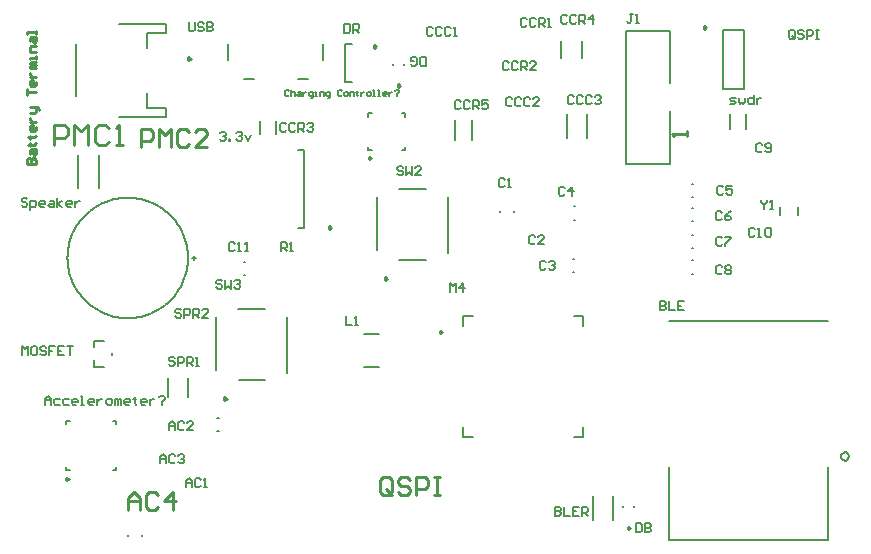
<source format=gto>
G04*
G04 #@! TF.GenerationSoftware,Altium Limited,Altium Designer,21.1.1 (26)*
G04*
G04 Layer_Color=65535*
%FSLAX25Y25*%
%MOIN*%
G70*
G04*
G04 #@! TF.SameCoordinates,BDA2E955-75C2-487D-9455-DF565B8534AD*
G04*
G04*
G04 #@! TF.FilePolarity,Positive*
G04*
G01*
G75*
%ADD10C,0.00984*%
%ADD11C,0.00591*%
%ADD12C,0.00787*%
%ADD13C,0.00600*%
%ADD14C,0.00500*%
%ADD15C,0.01000*%
D10*
X111921Y343280D02*
X111183Y343706D01*
Y342853D01*
X111921Y343280D01*
X324543Y493847D02*
X323805Y494273D01*
Y493420D01*
X324543Y493847D01*
X298992Y326913D02*
X298254Y327340D01*
Y326487D01*
X298992Y326913D01*
X236335Y392362D02*
X235596Y392788D01*
Y391936D01*
X236335Y392362D01*
X214339Y487496D02*
X213600Y487922D01*
Y487070D01*
X214339Y487496D01*
X222492Y474413D02*
X221754Y474840D01*
Y473987D01*
X222492Y474413D01*
X212882Y450240D02*
X212144Y450666D01*
Y449814D01*
X212882Y450240D01*
X218134Y410087D02*
X217396Y410513D01*
Y409660D01*
X218134Y410087D01*
X152630Y483437D02*
X151892Y483863D01*
Y483011D01*
X152630Y483437D01*
X199528Y427087D02*
X198789Y427513D01*
Y426660D01*
X199528Y427087D01*
X164634Y370087D02*
X163896Y370513D01*
Y369660D01*
X164634Y370087D01*
D11*
X151736Y417000D02*
X151711Y418001D01*
X151636Y418999D01*
X151512Y419993D01*
X151338Y420978D01*
X151115Y421955D01*
X150844Y422918D01*
X150525Y423867D01*
X150160Y424799D01*
X149748Y425712D01*
X149291Y426603D01*
X148790Y427470D01*
X148247Y428311D01*
X147663Y429124D01*
X147039Y429906D01*
X146376Y430657D01*
X145677Y431374D01*
X144943Y432055D01*
X144176Y432698D01*
X143378Y433303D01*
X142551Y433867D01*
X141697Y434389D01*
X140817Y434867D01*
X139916Y435302D01*
X138993Y435691D01*
X138052Y436033D01*
X137095Y436328D01*
X136125Y436575D01*
X135144Y436774D01*
X134154Y436923D01*
X133158Y437023D01*
X132158Y437073D01*
X131157D01*
X130157Y437023D01*
X129161Y436923D01*
X128171Y436774D01*
X127190Y436575D01*
X126219Y436328D01*
X125263Y436033D01*
X124322Y435691D01*
X123399Y435302D01*
X122497Y434867D01*
X121618Y434389D01*
X120764Y433867D01*
X119937Y433303D01*
X119139Y432698D01*
X118372Y432055D01*
X117638Y431374D01*
X116939Y430657D01*
X116276Y429906D01*
X115652Y429124D01*
X115068Y428311D01*
X114524Y427470D01*
X114024Y426603D01*
X113567Y425712D01*
X113155Y424799D01*
X112790Y423867D01*
X112471Y422918D01*
X112199Y421955D01*
X111977Y420978D01*
X111803Y419993D01*
X111678Y418999D01*
X111604Y418001D01*
X111579Y417000D01*
X111604Y415999D01*
X111678Y415001D01*
X111803Y414007D01*
X111977Y413022D01*
X112199Y412045D01*
X112471Y411082D01*
X112790Y410133D01*
X113155Y409201D01*
X113567Y408288D01*
X114024Y407397D01*
X114524Y406530D01*
X115068Y405689D01*
X115652Y404876D01*
X116276Y404094D01*
X116939Y403343D01*
X117638Y402626D01*
X118372Y401945D01*
X119139Y401302D01*
X119937Y400697D01*
X120764Y400133D01*
X121618Y399611D01*
X122497Y399132D01*
X123399Y398698D01*
X124322Y398309D01*
X125263Y397967D01*
X126219Y397672D01*
X127190Y397425D01*
X128171Y397226D01*
X129161Y397077D01*
X130157Y396977D01*
X131157Y396927D01*
X132158D01*
X133158Y396977D01*
X134154Y397077D01*
X135144Y397226D01*
X136125Y397425D01*
X137096Y397672D01*
X138052Y397967D01*
X138993Y398309D01*
X139916Y398698D01*
X140818Y399132D01*
X141697Y399611D01*
X142551Y400133D01*
X143378Y400697D01*
X144176Y401302D01*
X144943Y401945D01*
X145677Y402626D01*
X146376Y403343D01*
X147039Y404094D01*
X147663Y404876D01*
X148247Y405689D01*
X148791Y406530D01*
X149291Y407397D01*
X149748Y408288D01*
X150160Y409201D01*
X150525Y410133D01*
X150844Y411082D01*
X151115Y412045D01*
X151338Y413022D01*
X151512Y414008D01*
X151636Y415001D01*
X151711Y415999D01*
X151736Y417000D01*
D12*
X372203Y350839D02*
X371871Y351751D01*
X371030Y352237D01*
X370074Y352068D01*
X369450Y351324D01*
Y350353D01*
X370074Y349609D01*
X371030Y349441D01*
X371871Y349926D01*
X372203Y350839D01*
X161543Y359236D02*
X161937D01*
X161543Y363764D02*
X161937D01*
X111232Y346232D02*
X112315D01*
X111232D02*
Y347315D01*
Y361685D02*
Y362768D01*
X112315D01*
X126685D02*
X127768D01*
Y361685D02*
Y362768D01*
X126685Y346232D02*
X127768D01*
Y347315D01*
X181157Y458433D02*
Y462567D01*
X175843Y458433D02*
Y462567D01*
X349047Y431122D02*
Y433878D01*
X354953Y431122D02*
Y433878D01*
X131736Y324303D02*
Y324697D01*
X136264Y324303D02*
Y324697D01*
X329957Y473157D02*
X337043D01*
X329957Y492843D02*
X337043D01*
Y473157D02*
Y492843D01*
X329957Y473157D02*
Y492843D01*
X145154Y370508D02*
Y376807D01*
X151846Y370508D02*
Y376807D01*
X296728Y333803D02*
Y334197D01*
X300272Y333803D02*
Y334197D01*
X293346Y329539D02*
Y337461D01*
X286654Y329539D02*
Y337461D01*
X319803Y416264D02*
X320197D01*
X319803Y411736D02*
X320197D01*
X319803Y441764D02*
X320197D01*
X319803Y437236D02*
X320197D01*
X319803Y433764D02*
X320197D01*
X319803Y429236D02*
X320197D01*
X319803Y424764D02*
X320197D01*
X319803Y420236D02*
X320197D01*
X280154Y416764D02*
X280547D01*
X280154Y412236D02*
X280547D01*
X243421Y397579D02*
X246669D01*
X280331D02*
X283579D01*
Y357421D02*
Y360669D01*
Y394331D02*
Y397579D01*
X243421Y357421D02*
X246669D01*
X280331D02*
X283579D01*
X243421D02*
Y360669D01*
Y394331D02*
Y397579D01*
X153114Y417000D02*
X154295D01*
X153705Y416409D02*
Y417591D01*
X240601Y456208D02*
Y462792D01*
X246399Y456208D02*
Y462792D01*
X188283Y476508D02*
X191630D01*
X196748Y483004D02*
Y488319D01*
X165252Y483004D02*
Y488319D01*
X170370Y476508D02*
X173717D01*
X284846Y457039D02*
Y464961D01*
X278154Y457039D02*
Y464961D01*
X204201Y475685D02*
Y488283D01*
X206268D01*
X204201Y475685D02*
X206268D01*
X220228Y481303D02*
Y481697D01*
X223772Y481303D02*
Y481697D01*
X224201Y452799D02*
Y453921D01*
X223079Y452799D02*
X224201D01*
Y464079D02*
Y465201D01*
X223079D02*
X224201D01*
X211799D02*
X212921D01*
X211799Y464079D02*
Y465201D01*
Y452799D02*
Y453921D01*
Y452799D02*
X212921D01*
X283240Y483547D02*
Y489453D01*
X275957Y483547D02*
Y489453D01*
X365075Y323083D02*
Y347295D01*
X311925Y395917D02*
X365075D01*
X311925Y323083D02*
Y347295D01*
Y323083D02*
X365075D01*
X222169Y416189D02*
X230941D01*
X222059Y439811D02*
X230941D01*
X238311Y418638D02*
Y437362D01*
X214689Y419732D02*
Y437362D01*
X114933Y440220D02*
Y451292D01*
X122067Y440220D02*
Y451292D01*
X337657Y459986D02*
Y464995D01*
X332343Y459986D02*
Y464995D01*
X114539Y470839D02*
Y488161D01*
X128713Y463949D02*
X144461D01*
Y467098D01*
X138161D02*
X144461D01*
X138161D02*
Y472020D01*
Y486980D02*
Y491902D01*
X144461D01*
Y495051D01*
X128713D02*
X144461D01*
X188406Y427008D02*
X190571D01*
X188406Y452992D02*
X190571D01*
Y427008D02*
Y452992D01*
X255736Y432303D02*
Y432697D01*
X260264Y432303D02*
Y432697D01*
X168669Y376189D02*
X177441D01*
X168559Y399811D02*
X177441D01*
X184811Y378638D02*
Y397362D01*
X161189Y379732D02*
Y397362D01*
X280303Y429736D02*
X280697D01*
X280303Y434264D02*
X280697D01*
X210441Y380488D02*
X215559D01*
X210441Y391512D02*
X215559D01*
X170303Y415764D02*
X170697D01*
X170303Y411236D02*
X170697D01*
D13*
X120533Y380563D02*
X123894D01*
X120533Y387197D02*
Y389437D01*
X123894D01*
X126455Y384638D02*
Y385362D01*
X120533Y380563D02*
Y382803D01*
D14*
X312283Y475126D02*
Y492646D01*
Y448354D02*
Y465874D01*
X297717Y492646D02*
X312283D01*
X297717Y448354D02*
X312283D01*
X297717D02*
Y492646D01*
X151001Y340500D02*
Y342500D01*
X152001Y343499D01*
X153000Y342500D01*
Y340500D01*
Y342000D01*
X151001D01*
X156000Y343000D02*
X155500Y343499D01*
X154500D01*
X154000Y343000D01*
Y341000D01*
X154500Y340500D01*
X155500D01*
X156000Y341000D01*
X156999Y340500D02*
X157999D01*
X157499D01*
Y343499D01*
X156999Y343000D01*
X145501Y359501D02*
Y361500D01*
X146501Y362499D01*
X147501Y361500D01*
Y359501D01*
Y361000D01*
X145501D01*
X150500Y362000D02*
X150000Y362499D01*
X149000D01*
X148500Y362000D01*
Y360000D01*
X149000Y359501D01*
X150000D01*
X150500Y360000D01*
X153499Y359501D02*
X151499D01*
X153499Y361500D01*
Y362000D01*
X152999Y362499D01*
X151999D01*
X151499Y362000D01*
X142501Y348500D02*
Y350500D01*
X143501Y351500D01*
X144501Y350500D01*
Y348500D01*
Y350000D01*
X142501D01*
X147500Y351000D02*
X147000Y351500D01*
X146000D01*
X145500Y351000D01*
Y349000D01*
X146000Y348500D01*
X147000D01*
X147500Y349000D01*
X148499Y351000D02*
X148999Y351500D01*
X149999D01*
X150499Y351000D01*
Y350500D01*
X149999Y350000D01*
X149499D01*
X149999D01*
X150499Y349500D01*
Y349000D01*
X149999Y348500D01*
X148999D01*
X148499Y349000D01*
X104007Y368001D02*
Y370000D01*
X105006Y371000D01*
X106006Y370000D01*
Y368001D01*
Y369500D01*
X104007D01*
X109005Y370000D02*
X107505D01*
X107006Y369500D01*
Y368500D01*
X107505Y368001D01*
X109005D01*
X112004Y370000D02*
X110504D01*
X110004Y369500D01*
Y368500D01*
X110504Y368001D01*
X112004D01*
X114503D02*
X113503D01*
X113004Y368500D01*
Y369500D01*
X113503Y370000D01*
X114503D01*
X115003Y369500D01*
Y369000D01*
X113004D01*
X116003Y368001D02*
X117002D01*
X116502D01*
Y371000D01*
X116003D01*
X120001Y368001D02*
X119002D01*
X118502Y368500D01*
Y369500D01*
X119002Y370000D01*
X120001D01*
X120501Y369500D01*
Y369000D01*
X118502D01*
X121501Y370000D02*
Y368001D01*
Y369000D01*
X122001Y369500D01*
X122501Y370000D01*
X123000D01*
X125000Y368001D02*
X125999D01*
X126499Y368500D01*
Y369500D01*
X125999Y370000D01*
X125000D01*
X124500Y369500D01*
Y368500D01*
X125000Y368001D01*
X127499D02*
Y370000D01*
X127999D01*
X128499Y369500D01*
Y368001D01*
Y369500D01*
X128998Y370000D01*
X129498Y369500D01*
Y368001D01*
X131997D02*
X130998D01*
X130498Y368500D01*
Y369500D01*
X130998Y370000D01*
X131997D01*
X132497Y369500D01*
Y369000D01*
X130498D01*
X133997Y370500D02*
Y370000D01*
X133497D01*
X134497D01*
X133997D01*
Y368500D01*
X134497Y368001D01*
X137496D02*
X136496D01*
X135996Y368500D01*
Y369500D01*
X136496Y370000D01*
X137496D01*
X137996Y369500D01*
Y369000D01*
X135996D01*
X138995Y370000D02*
Y368001D01*
Y369000D01*
X139495Y369500D01*
X139995Y370000D01*
X140495D01*
X141994Y370500D02*
X142494Y371000D01*
X143494D01*
X143993Y370500D01*
Y370000D01*
X142994Y369000D01*
Y368500D02*
Y368001D01*
X184501Y461500D02*
X184001Y462000D01*
X183002D01*
X182502Y461500D01*
Y459500D01*
X183002Y459000D01*
X184001D01*
X184501Y459500D01*
X187500Y461500D02*
X187000Y462000D01*
X186001D01*
X185501Y461500D01*
Y459500D01*
X186001Y459000D01*
X187000D01*
X187500Y459500D01*
X188500Y459000D02*
Y462000D01*
X189999D01*
X190499Y461500D01*
Y460500D01*
X189999Y460000D01*
X188500D01*
X189499D02*
X190499Y459000D01*
X191499Y461500D02*
X191999Y462000D01*
X192998D01*
X193498Y461500D01*
Y461000D01*
X192998Y460500D01*
X192499D01*
X192998D01*
X193498Y460000D01*
Y459500D01*
X192998Y459000D01*
X191999D01*
X191499Y459500D01*
X340751Y426500D02*
X340251Y427000D01*
X339251D01*
X338751Y426500D01*
Y424500D01*
X339251Y424001D01*
X340251D01*
X340751Y424500D01*
X341750Y424001D02*
X342750D01*
X342250D01*
Y427000D01*
X341750Y426500D01*
X344249D02*
X344749Y427000D01*
X345749D01*
X346249Y426500D01*
Y424500D01*
X345749Y424001D01*
X344749D01*
X344249Y424500D01*
Y426500D01*
X342792Y436208D02*
Y435708D01*
X343792Y434709D01*
X344791Y435708D01*
Y436208D01*
X343792Y434709D02*
Y433209D01*
X345791D02*
X346791D01*
X346291D01*
Y436208D01*
X345791Y435708D01*
X343199Y454699D02*
X342700Y455199D01*
X341700D01*
X341200Y454699D01*
Y452700D01*
X341700Y452200D01*
X342700D01*
X343199Y452700D01*
X344199D02*
X344699Y452200D01*
X345698D01*
X346198Y452700D01*
Y454699D01*
X345698Y455199D01*
X344699D01*
X344199Y454699D01*
Y454199D01*
X344699Y453699D01*
X346198D01*
X242699Y468999D02*
X242199Y469499D01*
X241200D01*
X240700Y468999D01*
Y467000D01*
X241200Y466500D01*
X242199D01*
X242699Y467000D01*
X245698Y468999D02*
X245198Y469499D01*
X244199D01*
X243699Y468999D01*
Y467000D01*
X244199Y466500D01*
X245198D01*
X245698Y467000D01*
X246698Y466500D02*
Y469499D01*
X248198D01*
X248697Y468999D01*
Y468000D01*
X248198Y467500D01*
X246698D01*
X247698D02*
X248697Y466500D01*
X251696Y469499D02*
X249697D01*
Y468000D01*
X250697Y468499D01*
X251197D01*
X251696Y468000D01*
Y467000D01*
X251197Y466500D01*
X250197D01*
X249697Y467000D01*
X278099Y497499D02*
X277600Y497999D01*
X276600D01*
X276100Y497499D01*
Y495500D01*
X276600Y495000D01*
X277600D01*
X278099Y495500D01*
X281098Y497499D02*
X280598Y497999D01*
X279599D01*
X279099Y497499D01*
Y495500D01*
X279599Y495000D01*
X280598D01*
X281098Y495500D01*
X282098Y495000D02*
Y497999D01*
X283598D01*
X284097Y497499D01*
Y496499D01*
X283598Y496000D01*
X282098D01*
X283098D02*
X284097Y495000D01*
X286597D02*
Y497999D01*
X285097Y496499D01*
X287096D01*
X258599Y482099D02*
X258100Y482599D01*
X257100D01*
X256600Y482099D01*
Y480100D01*
X257100Y479600D01*
X258100D01*
X258599Y480100D01*
X261598Y482099D02*
X261099Y482599D01*
X260099D01*
X259599Y482099D01*
Y480100D01*
X260099Y479600D01*
X261099D01*
X261598Y480100D01*
X262598Y479600D02*
Y482599D01*
X264098D01*
X264597Y482099D01*
Y481100D01*
X264098Y480600D01*
X262598D01*
X263598D02*
X264597Y479600D01*
X267596D02*
X265597D01*
X267596Y481599D01*
Y482099D01*
X267097Y482599D01*
X266097D01*
X265597Y482099D01*
X264599Y496599D02*
X264100Y497099D01*
X263100D01*
X262600Y496599D01*
Y494600D01*
X263100Y494100D01*
X264100D01*
X264599Y494600D01*
X267598Y496599D02*
X267098Y497099D01*
X266099D01*
X265599Y496599D01*
Y494600D01*
X266099Y494100D01*
X267098D01*
X267598Y494600D01*
X268598Y494100D02*
Y497099D01*
X270098D01*
X270597Y496599D01*
Y495600D01*
X270098Y495100D01*
X268598D01*
X269598D02*
X270597Y494100D01*
X271597D02*
X272597D01*
X272097D01*
Y497099D01*
X271597Y496599D01*
X280299Y470699D02*
X279800Y471199D01*
X278800D01*
X278300Y470699D01*
Y468700D01*
X278800Y468200D01*
X279800D01*
X280299Y468700D01*
X283298Y470699D02*
X282799Y471199D01*
X281799D01*
X281299Y470699D01*
Y468700D01*
X281799Y468200D01*
X282799D01*
X283298Y468700D01*
X286297Y470699D02*
X285798Y471199D01*
X284798D01*
X284298Y470699D01*
Y468700D01*
X284798Y468200D01*
X285798D01*
X286297Y468700D01*
X287297Y470699D02*
X287797Y471199D01*
X288797D01*
X289296Y470699D01*
Y470199D01*
X288797Y469699D01*
X288297D01*
X288797D01*
X289296Y469200D01*
Y468700D01*
X288797Y468200D01*
X287797D01*
X287297Y468700D01*
X259799Y470099D02*
X259299Y470599D01*
X258300D01*
X257800Y470099D01*
Y468100D01*
X258300Y467600D01*
X259299D01*
X259799Y468100D01*
X262798Y470099D02*
X262298Y470599D01*
X261299D01*
X260799Y470099D01*
Y468100D01*
X261299Y467600D01*
X262298D01*
X262798Y468100D01*
X265797Y470099D02*
X265298Y470599D01*
X264298D01*
X263798Y470099D01*
Y468100D01*
X264298Y467600D01*
X265298D01*
X265797Y468100D01*
X268796Y467600D02*
X266797D01*
X268796Y469599D01*
Y470099D01*
X268297Y470599D01*
X267297D01*
X266797Y470099D01*
X233299Y493599D02*
X232800Y494099D01*
X231800D01*
X231300Y493599D01*
Y491600D01*
X231800Y491100D01*
X232800D01*
X233299Y491600D01*
X236298Y493599D02*
X235799Y494099D01*
X234799D01*
X234299Y493599D01*
Y491600D01*
X234799Y491100D01*
X235799D01*
X236298Y491600D01*
X239297Y493599D02*
X238798Y494099D01*
X237798D01*
X237298Y493599D01*
Y491600D01*
X237798Y491100D01*
X238798D01*
X239297Y491600D01*
X240297Y491100D02*
X241297D01*
X240797D01*
Y494099D01*
X240297Y493599D01*
X152001Y495500D02*
Y493000D01*
X152501Y492500D01*
X153501D01*
X154001Y493000D01*
Y495500D01*
X157000Y495000D02*
X156500Y495500D01*
X155500D01*
X155000Y495000D01*
Y494500D01*
X155500Y494000D01*
X156500D01*
X157000Y493500D01*
Y493000D01*
X156500Y492500D01*
X155500D01*
X155000Y493000D01*
X157999Y495500D02*
Y492500D01*
X159499D01*
X159999Y493000D01*
Y493500D01*
X159499Y494000D01*
X157999D01*
X159499D01*
X159999Y494500D01*
Y495000D01*
X159499Y495500D01*
X157999D01*
X239001Y405501D02*
Y408499D01*
X240001Y407500D01*
X241000Y408499D01*
Y405501D01*
X243499D02*
Y408499D01*
X242000Y407000D01*
X243999D01*
X332400Y468300D02*
X333899D01*
X334399Y468800D01*
X333899Y469300D01*
X332900D01*
X332400Y469800D01*
X332900Y470299D01*
X334399D01*
X335399D02*
Y468800D01*
X335899Y468300D01*
X336399Y468800D01*
X336898Y468300D01*
X337398Y468800D01*
Y470299D01*
X340397Y471299D02*
Y468300D01*
X338898D01*
X338398Y468800D01*
Y469800D01*
X338898Y470299D01*
X340397D01*
X341397D02*
Y468300D01*
Y469300D01*
X341897Y469800D01*
X342397Y470299D01*
X342897D01*
X163199Y409199D02*
X162699Y409699D01*
X161700D01*
X161200Y409199D01*
Y408699D01*
X161700Y408200D01*
X162699D01*
X163199Y407700D01*
Y407200D01*
X162699Y406700D01*
X161700D01*
X161200Y407200D01*
X164199Y409699D02*
Y406700D01*
X165199Y407700D01*
X166198Y406700D01*
Y409699D01*
X167198Y409199D02*
X167698Y409699D01*
X168698D01*
X169197Y409199D01*
Y408699D01*
X168698Y408200D01*
X168198D01*
X168698D01*
X169197Y407700D01*
Y407200D01*
X168698Y406700D01*
X167698D01*
X167198Y407200D01*
X223501Y447000D02*
X223001Y447500D01*
X222001D01*
X221501Y447000D01*
Y446500D01*
X222001Y446000D01*
X223001D01*
X223501Y445500D01*
Y445000D01*
X223001Y444500D01*
X222001D01*
X221501Y445000D01*
X224500Y447500D02*
Y444500D01*
X225500Y445500D01*
X226500Y444500D01*
Y447500D01*
X229499Y444500D02*
X227499D01*
X229499Y446500D01*
Y447000D01*
X228999Y447500D01*
X227999D01*
X227499Y447000D01*
X149501Y399500D02*
X149001Y399999D01*
X148002D01*
X147502Y399500D01*
Y399000D01*
X148002Y398500D01*
X149001D01*
X149501Y398000D01*
Y397500D01*
X149001Y397001D01*
X148002D01*
X147502Y397500D01*
X150501Y397001D02*
Y399999D01*
X152000D01*
X152500Y399500D01*
Y398500D01*
X152000Y398000D01*
X150501D01*
X153500Y397001D02*
Y399999D01*
X154999D01*
X155499Y399500D01*
Y398500D01*
X154999Y398000D01*
X153500D01*
X154499D02*
X155499Y397001D01*
X158498D02*
X156499D01*
X158498Y399000D01*
Y399500D01*
X157998Y399999D01*
X156999D01*
X156499Y399500D01*
X147299Y383499D02*
X146800Y383999D01*
X145800D01*
X145300Y383499D01*
Y382999D01*
X145800Y382500D01*
X146800D01*
X147299Y382000D01*
Y381500D01*
X146800Y381000D01*
X145800D01*
X145300Y381500D01*
X148299Y381000D02*
Y383999D01*
X149799D01*
X150298Y383499D01*
Y382500D01*
X149799Y382000D01*
X148299D01*
X151298Y381000D02*
Y383999D01*
X152798D01*
X153297Y383499D01*
Y382500D01*
X152798Y382000D01*
X151298D01*
X152298D02*
X153297Y381000D01*
X154297D02*
X155297D01*
X154797D01*
Y383999D01*
X154297Y383499D01*
X98252Y436500D02*
X97753Y436999D01*
X96753D01*
X96253Y436500D01*
Y436000D01*
X96753Y435500D01*
X97753D01*
X98252Y435000D01*
Y434500D01*
X97753Y434000D01*
X96753D01*
X96253Y434500D01*
X99252Y433001D02*
Y436000D01*
X100752D01*
X101251Y435500D01*
Y434500D01*
X100752Y434000D01*
X99252D01*
X103751D02*
X102751D01*
X102251Y434500D01*
Y435500D01*
X102751Y436000D01*
X103751D01*
X104251Y435500D01*
Y435000D01*
X102251D01*
X105750Y436000D02*
X106750D01*
X107250Y435500D01*
Y434000D01*
X105750D01*
X105250Y434500D01*
X105750Y435000D01*
X107250D01*
X108249Y434000D02*
Y436999D01*
Y435000D02*
X109749Y436000D01*
X108249Y435000D02*
X109749Y434000D01*
X112748D02*
X111748D01*
X111248Y434500D01*
Y435500D01*
X111748Y436000D01*
X112748D01*
X113248Y435500D01*
Y435000D01*
X111248D01*
X114247Y436000D02*
Y434000D01*
Y435000D01*
X114747Y435500D01*
X115247Y436000D01*
X115747D01*
X182600Y419200D02*
Y422199D01*
X184099D01*
X184599Y421699D01*
Y420700D01*
X184099Y420200D01*
X182600D01*
X183600D02*
X184599Y419200D01*
X185599D02*
X186599D01*
X186099D01*
Y422199D01*
X185599Y421699D01*
X354001Y490500D02*
Y492500D01*
X353501Y493000D01*
X352502D01*
X352002Y492500D01*
Y490500D01*
X352502Y490000D01*
X353501D01*
X353001Y491000D02*
X354001Y490000D01*
X353501D02*
X354001Y490500D01*
X357000Y492500D02*
X356500Y493000D01*
X355501D01*
X355001Y492500D01*
Y492000D01*
X355501Y491500D01*
X356500D01*
X357000Y491000D01*
Y490500D01*
X356500Y490000D01*
X355501D01*
X355001Y490500D01*
X358000Y490000D02*
Y493000D01*
X359499D01*
X359999Y492500D01*
Y491500D01*
X359499Y491000D01*
X358000D01*
X360999Y493000D02*
X361998D01*
X361498D01*
Y490000D01*
X360999D01*
X361998D01*
X96497Y384501D02*
Y387499D01*
X97496Y386500D01*
X98496Y387499D01*
Y384501D01*
X100995Y387499D02*
X99996D01*
X99496Y387000D01*
Y385000D01*
X99996Y384501D01*
X100995D01*
X101495Y385000D01*
Y387000D01*
X100995Y387499D01*
X104494Y387000D02*
X103994Y387499D01*
X102995D01*
X102495Y387000D01*
Y386500D01*
X102995Y386000D01*
X103994D01*
X104494Y385500D01*
Y385000D01*
X103994Y384501D01*
X102995D01*
X102495Y385000D01*
X107493Y387499D02*
X105494D01*
Y386000D01*
X106493D01*
X105494D01*
Y384501D01*
X110492Y387499D02*
X108493D01*
Y384501D01*
X110492D01*
X108493Y386000D02*
X109493D01*
X111492Y387499D02*
X113491D01*
X112492D01*
Y384501D01*
X204300Y397499D02*
Y394500D01*
X206299D01*
X207299D02*
X208299D01*
X207799D01*
Y397499D01*
X207299Y396999D01*
X299999Y498399D02*
X299000D01*
X299500D01*
Y495900D01*
X299000Y495400D01*
X298500D01*
X298000Y495900D01*
X300999Y495400D02*
X301999D01*
X301499D01*
Y498399D01*
X300999Y497899D01*
X203900Y494999D02*
Y492000D01*
X205399D01*
X205899Y492500D01*
Y494499D01*
X205399Y494999D01*
X203900D01*
X206899Y492000D02*
Y494999D01*
X208399D01*
X208898Y494499D01*
Y493500D01*
X208399Y493000D01*
X206899D01*
X207899D02*
X208898Y492000D01*
X230999Y481001D02*
Y483999D01*
X229500D01*
X229000Y483500D01*
Y481500D01*
X229500Y481001D01*
X230999D01*
X226001Y481500D02*
X226501Y481001D01*
X227500D01*
X228000Y481500D01*
Y483500D01*
X227500Y483999D01*
X226501D01*
X226001Y483500D01*
Y482500D01*
X227000D01*
X301001Y328500D02*
Y325500D01*
X302500D01*
X303000Y326000D01*
Y328000D01*
X302500Y328500D01*
X301001D01*
X304000D02*
Y325500D01*
X305499D01*
X305999Y326000D01*
Y326500D01*
X305499Y327000D01*
X304000D01*
X305499D01*
X305999Y327500D01*
Y328000D01*
X305499Y328500D01*
X304000D01*
X185339Y472500D02*
X185006Y472833D01*
X184339D01*
X184006Y472500D01*
Y471167D01*
X184339Y470834D01*
X185006D01*
X185339Y471167D01*
X186005Y472833D02*
Y470834D01*
Y471833D01*
X186339Y472166D01*
X187005D01*
X187338Y471833D01*
Y470834D01*
X188338Y472166D02*
X189005D01*
X189338Y471833D01*
Y470834D01*
X188338D01*
X188005Y471167D01*
X188338Y471500D01*
X189338D01*
X190004Y472166D02*
Y470834D01*
Y471500D01*
X190337Y471833D01*
X190671Y472166D01*
X191004D01*
X192670Y470167D02*
X193003D01*
X193336Y470500D01*
Y472166D01*
X192337D01*
X192004Y471833D01*
Y471167D01*
X192337Y470834D01*
X193336D01*
X194003D02*
X194669D01*
X194336D01*
Y472166D01*
X194003D01*
X195669Y470834D02*
Y472166D01*
X196669D01*
X197002Y471833D01*
Y470834D01*
X198335Y470167D02*
X198668D01*
X199001Y470500D01*
Y472166D01*
X198002D01*
X197668Y471833D01*
Y471167D01*
X198002Y470834D01*
X199001D01*
X203000Y472500D02*
X202667Y472833D01*
X202000D01*
X201667Y472500D01*
Y471167D01*
X202000Y470834D01*
X202667D01*
X203000Y471167D01*
X204000Y470834D02*
X204666D01*
X204999Y471167D01*
Y471833D01*
X204666Y472166D01*
X204000D01*
X203666Y471833D01*
Y471167D01*
X204000Y470834D01*
X205666D02*
Y472166D01*
X206665D01*
X206999Y471833D01*
Y470834D01*
X207998Y472500D02*
Y472166D01*
X207665D01*
X208332D01*
X207998D01*
Y471167D01*
X208332Y470834D01*
X209331Y472166D02*
Y470834D01*
Y471500D01*
X209665Y471833D01*
X209998Y472166D01*
X210331D01*
X211664Y470834D02*
X212330D01*
X212664Y471167D01*
Y471833D01*
X212330Y472166D01*
X211664D01*
X211331Y471833D01*
Y471167D01*
X211664Y470834D01*
X213330D02*
X213996D01*
X213663D01*
Y472833D01*
X213330D01*
X214996Y470834D02*
X215663D01*
X215329D01*
Y472833D01*
X214996D01*
X217662Y470834D02*
X216996D01*
X216662Y471167D01*
Y471833D01*
X216996Y472166D01*
X217662D01*
X217995Y471833D01*
Y471500D01*
X216662D01*
X218662Y472166D02*
Y470834D01*
Y471500D01*
X218995Y471833D01*
X219328Y472166D01*
X219661D01*
X220661Y472500D02*
X220994Y472833D01*
X221661D01*
X221994Y472500D01*
Y472166D01*
X221327Y471500D01*
Y471167D02*
Y470834D01*
X167399Y421699D02*
X166900Y422199D01*
X165900D01*
X165400Y421699D01*
Y419700D01*
X165900Y419200D01*
X166900D01*
X167399Y419700D01*
X168399Y419200D02*
X169399D01*
X168899D01*
Y422199D01*
X168399Y421699D01*
X170898Y419200D02*
X171898D01*
X171398D01*
Y422199D01*
X170898Y421699D01*
X329851Y414000D02*
X329351Y414500D01*
X328351D01*
X327851Y414000D01*
Y412000D01*
X328351Y411501D01*
X329351D01*
X329851Y412000D01*
X330850Y414000D02*
X331350Y414500D01*
X332350D01*
X332850Y414000D01*
Y413500D01*
X332350Y413000D01*
X332850Y412500D01*
Y412000D01*
X332350Y411501D01*
X331350D01*
X330850Y412000D01*
Y412500D01*
X331350Y413000D01*
X330850Y413500D01*
Y414000D01*
X331350Y413000D02*
X332350D01*
X329851Y423500D02*
X329351Y424000D01*
X328351D01*
X327851Y423500D01*
Y421500D01*
X328351Y421000D01*
X329351D01*
X329851Y421500D01*
X330850Y424000D02*
X332850D01*
Y423500D01*
X330850Y421500D01*
Y421000D01*
X329650Y432000D02*
X329150Y432500D01*
X328150D01*
X327650Y432000D01*
Y430000D01*
X328150Y429500D01*
X329150D01*
X329650Y430000D01*
X332649Y432500D02*
X331649Y432000D01*
X330649Y431000D01*
Y430000D01*
X331149Y429500D01*
X332149D01*
X332649Y430000D01*
Y430500D01*
X332149Y431000D01*
X330649D01*
X330150Y440500D02*
X329650Y441000D01*
X328650D01*
X328150Y440500D01*
Y438500D01*
X328650Y438000D01*
X329650D01*
X330150Y438500D01*
X333149Y441000D02*
X331149D01*
Y439500D01*
X332149Y440000D01*
X332649D01*
X333149Y439500D01*
Y438500D01*
X332649Y438000D01*
X331649D01*
X331149Y438500D01*
X277399Y440199D02*
X276900Y440699D01*
X275900D01*
X275400Y440199D01*
Y438200D01*
X275900Y437700D01*
X276900D01*
X277399Y438200D01*
X279899Y437700D02*
Y440699D01*
X278399Y439199D01*
X280398D01*
X271000Y415500D02*
X270500Y416000D01*
X269501D01*
X269001Y415500D01*
Y413500D01*
X269501Y413000D01*
X270500D01*
X271000Y413500D01*
X272000Y415500D02*
X272500Y416000D01*
X273499D01*
X273999Y415500D01*
Y415000D01*
X273499Y414500D01*
X273000D01*
X273499D01*
X273999Y414000D01*
Y413500D01*
X273499Y413000D01*
X272500D01*
X272000Y413500D01*
X267500Y424000D02*
X267000Y424500D01*
X266001D01*
X265501Y424000D01*
Y422000D01*
X266001Y421500D01*
X267000D01*
X267500Y422000D01*
X270499Y421500D02*
X268500D01*
X270499Y423500D01*
Y424000D01*
X269999Y424500D01*
X269000D01*
X268500Y424000D01*
X257299Y443099D02*
X256800Y443599D01*
X255800D01*
X255300Y443099D01*
Y441100D01*
X255800Y440600D01*
X256800D01*
X257299Y441100D01*
X258299Y440600D02*
X259299D01*
X258799D01*
Y443599D01*
X258299Y443099D01*
X309000Y402499D02*
Y399500D01*
X310500D01*
X310999Y400000D01*
Y400500D01*
X310500Y400999D01*
X309000D01*
X310500D01*
X310999Y401499D01*
Y401999D01*
X310500Y402499D01*
X309000D01*
X311999D02*
Y399500D01*
X313998D01*
X316997Y402499D02*
X314998D01*
Y399500D01*
X316997D01*
X314998Y400999D02*
X315998D01*
X274002Y333999D02*
Y331000D01*
X275501D01*
X276001Y331500D01*
Y332000D01*
X275501Y332500D01*
X274002D01*
X275501D01*
X276001Y333000D01*
Y333500D01*
X275501Y333999D01*
X274002D01*
X277001D02*
Y331000D01*
X279000D01*
X281999Y333999D02*
X280000D01*
Y331000D01*
X281999D01*
X280000Y332500D02*
X280999D01*
X282999Y331000D02*
Y333999D01*
X284498D01*
X284998Y333500D01*
Y332500D01*
X284498Y332000D01*
X282999D01*
X283998D02*
X284998Y331000D01*
X162400Y458499D02*
X162900Y458999D01*
X163900D01*
X164399Y458499D01*
Y457999D01*
X163900Y457500D01*
X163400D01*
X163900D01*
X164399Y457000D01*
Y456500D01*
X163900Y456000D01*
X162900D01*
X162400Y456500D01*
X165399Y456000D02*
Y456500D01*
X165899D01*
Y456000D01*
X165399D01*
X167898Y458499D02*
X168398Y458999D01*
X169398D01*
X169898Y458499D01*
Y457999D01*
X169398Y457500D01*
X168898D01*
X169398D01*
X169898Y457000D01*
Y456500D01*
X169398Y456000D01*
X168398D01*
X167898Y456500D01*
X170897Y457999D02*
X171897Y456000D01*
X172897Y457999D01*
D15*
X219799Y338900D02*
Y342898D01*
X218799Y343898D01*
X216800D01*
X215800Y342898D01*
Y338900D01*
X216800Y337900D01*
X218799D01*
X217799Y339899D02*
X219799Y337900D01*
X218799D02*
X219799Y338900D01*
X225797Y342898D02*
X224797Y343898D01*
X222798D01*
X221798Y342898D01*
Y341899D01*
X222798Y340899D01*
X224797D01*
X225797Y339899D01*
Y338900D01*
X224797Y337900D01*
X222798D01*
X221798Y338900D01*
X227796Y337900D02*
Y343898D01*
X230795D01*
X231795Y342898D01*
Y340899D01*
X230795Y339899D01*
X227796D01*
X233794Y343898D02*
X235793D01*
X234794D01*
Y337900D01*
X233794D01*
X235793D01*
X318002Y457498D02*
Y459165D01*
Y458332D01*
X313000D01*
X313834Y457498D01*
X131800Y333100D02*
Y337099D01*
X133799Y339098D01*
X135799Y337099D01*
Y333100D01*
Y336099D01*
X131800D01*
X141797Y338098D02*
X140797Y339098D01*
X138798D01*
X137798Y338098D01*
Y334100D01*
X138798Y333100D01*
X140797D01*
X141797Y334100D01*
X146795Y333100D02*
Y339098D01*
X143796Y336099D01*
X147795D01*
X136000Y454000D02*
Y459998D01*
X138999D01*
X139999Y458998D01*
Y456999D01*
X138999Y455999D01*
X136000D01*
X141998Y454000D02*
Y459998D01*
X143997Y457999D01*
X145997Y459998D01*
Y454000D01*
X151995Y458998D02*
X150995Y459998D01*
X148996D01*
X147996Y458998D01*
Y455000D01*
X148996Y454000D01*
X150995D01*
X151995Y455000D01*
X157993Y454000D02*
X153994D01*
X157993Y457999D01*
Y458998D01*
X156993Y459998D01*
X154994D01*
X153994Y458998D01*
X107004Y454551D02*
Y461449D01*
X110453D01*
X111602Y460299D01*
Y458000D01*
X110453Y456850D01*
X107004D01*
X113901Y454551D02*
Y461449D01*
X116201Y459150D01*
X118500Y461449D01*
Y454551D01*
X125398Y460299D02*
X124248Y461449D01*
X121949D01*
X120799Y460299D01*
Y455701D01*
X121949Y454551D01*
X124248D01*
X125398Y455701D01*
X127697Y454551D02*
X129996D01*
X128847D01*
Y461449D01*
X127697Y460299D01*
X98001Y448257D02*
X101000D01*
Y449757D01*
X100500Y450256D01*
X100000D01*
X99500Y449757D01*
Y448257D01*
Y449757D01*
X99000Y450256D01*
X98501D01*
X98001Y449757D01*
Y448257D01*
X99000Y451756D02*
Y452756D01*
X99500Y453256D01*
X101000D01*
Y451756D01*
X100500Y451256D01*
X100000Y451756D01*
Y453256D01*
X98501Y454755D02*
X99000D01*
Y454255D01*
Y455255D01*
Y454755D01*
X100500D01*
X101000Y455255D01*
X98501Y457254D02*
X99000D01*
Y456754D01*
Y457754D01*
Y457254D01*
X100500D01*
X101000Y457754D01*
Y460753D02*
Y459754D01*
X100500Y459254D01*
X99500D01*
X99000Y459754D01*
Y460753D01*
X99500Y461253D01*
X100000D01*
Y459254D01*
X99000Y462253D02*
X101000D01*
X100000D01*
X99500Y462752D01*
X99000Y463252D01*
Y463752D01*
Y465252D02*
X100500D01*
X101000Y465752D01*
Y467251D01*
X101499D01*
X101999Y466751D01*
Y466251D01*
X101000Y467251D02*
X99000D01*
X98001Y471250D02*
Y473249D01*
Y472249D01*
X101000D01*
Y475748D02*
Y474749D01*
X100500Y474249D01*
X99500D01*
X99000Y474749D01*
Y475748D01*
X99500Y476248D01*
X100000D01*
Y474249D01*
X99000Y477248D02*
X101000D01*
X100000D01*
X99500Y477748D01*
X99000Y478247D01*
Y478747D01*
X101000Y480247D02*
X99000D01*
Y480747D01*
X99500Y481247D01*
X101000D01*
X99500D01*
X99000Y481746D01*
X99500Y482246D01*
X101000D01*
Y483246D02*
Y484246D01*
Y483746D01*
X99000D01*
Y483246D01*
X101000Y485745D02*
X99000D01*
Y487245D01*
X99500Y487744D01*
X101000D01*
X99000Y489244D02*
Y490244D01*
X99500Y490743D01*
X101000D01*
Y489244D01*
X100500Y488744D01*
X100000Y489244D01*
Y490743D01*
X101000Y491743D02*
Y492743D01*
Y492243D01*
X98001D01*
Y491743D01*
M02*

</source>
